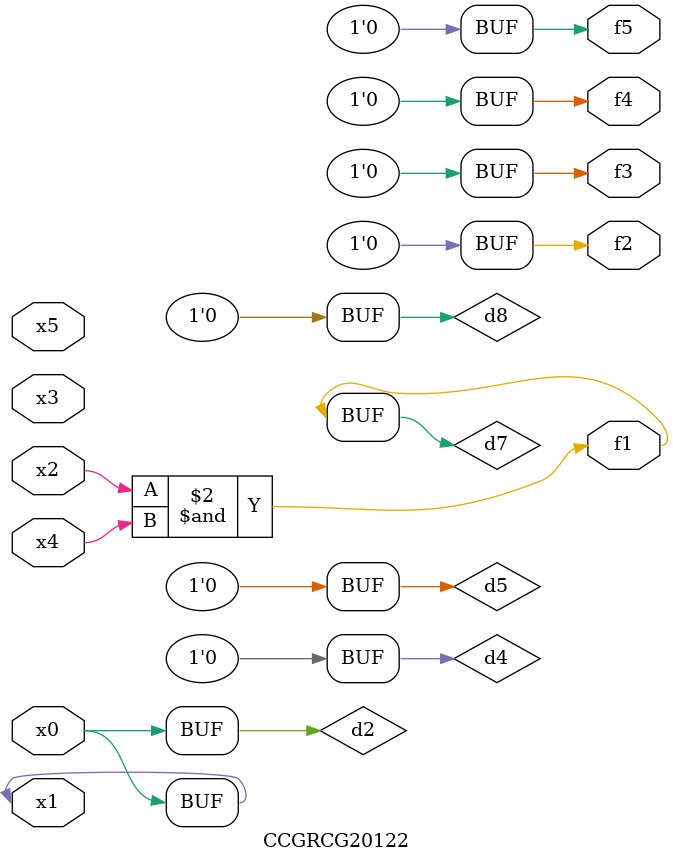
<source format=v>
module CCGRCG20122(
	input x0, x1, x2, x3, x4, x5,
	output f1, f2, f3, f4, f5
);

	wire d1, d2, d3, d4, d5, d6, d7, d8, d9;

	nand (d1, x1);
	buf (d2, x0, x1);
	nand (d3, x2, x4);
	and (d4, d1, d2);
	and (d5, d1, d2);
	nand (d6, d1, d3);
	not (d7, d3);
	xor (d8, d5);
	nor (d9, d5, d6);
	assign f1 = d7;
	assign f2 = d8;
	assign f3 = d8;
	assign f4 = d8;
	assign f5 = d8;
endmodule

</source>
